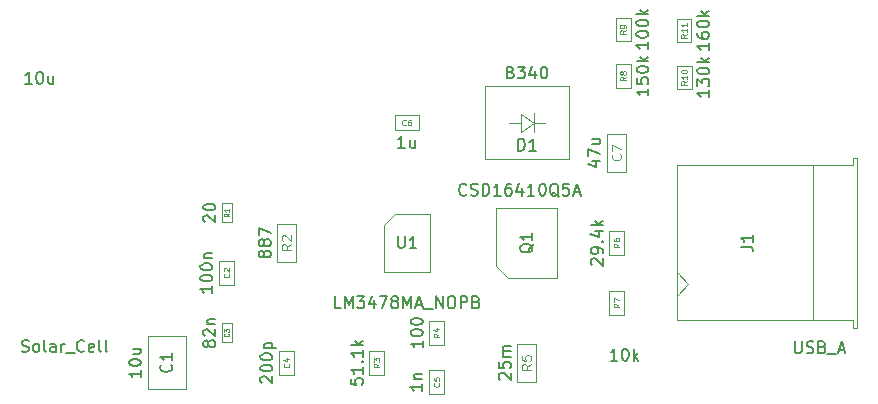
<source format=gbr>
%TF.GenerationSoftware,KiCad,Pcbnew,(6.0.4)*%
%TF.CreationDate,2022-05-23T18:10:56-07:00*%
%TF.ProjectId,SolarChargerV7,536f6c61-7243-4686-9172-67657256372e,rev?*%
%TF.SameCoordinates,Original*%
%TF.FileFunction,AssemblyDrawing,Top*%
%FSLAX46Y46*%
G04 Gerber Fmt 4.6, Leading zero omitted, Abs format (unit mm)*
G04 Created by KiCad (PCBNEW (6.0.4)) date 2022-05-23 18:10:56*
%MOMM*%
%LPD*%
G01*
G04 APERTURE LIST*
%ADD10C,0.150000*%
%ADD11C,0.080000*%
%ADD12C,0.120000*%
%ADD13C,0.060000*%
%ADD14C,0.100000*%
G04 APERTURE END LIST*
D10*
%TO.C,R11*%
X152582380Y-54218928D02*
X152582380Y-54790357D01*
X152582380Y-54504642D02*
X151582380Y-54504642D01*
X151725238Y-54599880D01*
X151820476Y-54695119D01*
X151868095Y-54790357D01*
X151582380Y-53361785D02*
X151582380Y-53552261D01*
X151630000Y-53647500D01*
X151677619Y-53695119D01*
X151820476Y-53790357D01*
X152010952Y-53837976D01*
X152391904Y-53837976D01*
X152487142Y-53790357D01*
X152534761Y-53742738D01*
X152582380Y-53647500D01*
X152582380Y-53457023D01*
X152534761Y-53361785D01*
X152487142Y-53314166D01*
X152391904Y-53266547D01*
X152153809Y-53266547D01*
X152058571Y-53314166D01*
X152010952Y-53361785D01*
X151963333Y-53457023D01*
X151963333Y-53647500D01*
X152010952Y-53742738D01*
X152058571Y-53790357D01*
X152153809Y-53837976D01*
X151582380Y-52647500D02*
X151582380Y-52552261D01*
X151630000Y-52457023D01*
X151677619Y-52409404D01*
X151772857Y-52361785D01*
X151963333Y-52314166D01*
X152201428Y-52314166D01*
X152391904Y-52361785D01*
X152487142Y-52409404D01*
X152534761Y-52457023D01*
X152582380Y-52552261D01*
X152582380Y-52647500D01*
X152534761Y-52742738D01*
X152487142Y-52790357D01*
X152391904Y-52837976D01*
X152201428Y-52885595D01*
X151963333Y-52885595D01*
X151772857Y-52837976D01*
X151677619Y-52790357D01*
X151630000Y-52742738D01*
X151582380Y-52647500D01*
X152582380Y-51885595D02*
X151582380Y-51885595D01*
X152201428Y-51790357D02*
X152582380Y-51504642D01*
X151915714Y-51504642D02*
X152296666Y-51885595D01*
D11*
X150706190Y-53468928D02*
X150468095Y-53635595D01*
X150706190Y-53754642D02*
X150206190Y-53754642D01*
X150206190Y-53564166D01*
X150230000Y-53516547D01*
X150253809Y-53492738D01*
X150301428Y-53468928D01*
X150372857Y-53468928D01*
X150420476Y-53492738D01*
X150444285Y-53516547D01*
X150468095Y-53564166D01*
X150468095Y-53754642D01*
X150706190Y-52992738D02*
X150706190Y-53278452D01*
X150706190Y-53135595D02*
X150206190Y-53135595D01*
X150277619Y-53183214D01*
X150325238Y-53230833D01*
X150349047Y-53278452D01*
X150706190Y-52516547D02*
X150706190Y-52802261D01*
X150706190Y-52659404D02*
X150206190Y-52659404D01*
X150277619Y-52707023D01*
X150325238Y-52754642D01*
X150349047Y-52802261D01*
D10*
%TO.C,R10*%
X152602380Y-58188928D02*
X152602380Y-58760357D01*
X152602380Y-58474642D02*
X151602380Y-58474642D01*
X151745238Y-58569880D01*
X151840476Y-58665119D01*
X151888095Y-58760357D01*
X151602380Y-57855595D02*
X151602380Y-57236547D01*
X151983333Y-57569880D01*
X151983333Y-57427023D01*
X152030952Y-57331785D01*
X152078571Y-57284166D01*
X152173809Y-57236547D01*
X152411904Y-57236547D01*
X152507142Y-57284166D01*
X152554761Y-57331785D01*
X152602380Y-57427023D01*
X152602380Y-57712738D01*
X152554761Y-57807976D01*
X152507142Y-57855595D01*
X151602380Y-56617500D02*
X151602380Y-56522261D01*
X151650000Y-56427023D01*
X151697619Y-56379404D01*
X151792857Y-56331785D01*
X151983333Y-56284166D01*
X152221428Y-56284166D01*
X152411904Y-56331785D01*
X152507142Y-56379404D01*
X152554761Y-56427023D01*
X152602380Y-56522261D01*
X152602380Y-56617500D01*
X152554761Y-56712738D01*
X152507142Y-56760357D01*
X152411904Y-56807976D01*
X152221428Y-56855595D01*
X151983333Y-56855595D01*
X151792857Y-56807976D01*
X151697619Y-56760357D01*
X151650000Y-56712738D01*
X151602380Y-56617500D01*
X152602380Y-55855595D02*
X151602380Y-55855595D01*
X152221428Y-55760357D02*
X152602380Y-55474642D01*
X151935714Y-55474642D02*
X152316666Y-55855595D01*
D11*
X150726190Y-57438928D02*
X150488095Y-57605595D01*
X150726190Y-57724642D02*
X150226190Y-57724642D01*
X150226190Y-57534166D01*
X150250000Y-57486547D01*
X150273809Y-57462738D01*
X150321428Y-57438928D01*
X150392857Y-57438928D01*
X150440476Y-57462738D01*
X150464285Y-57486547D01*
X150488095Y-57534166D01*
X150488095Y-57724642D01*
X150726190Y-56962738D02*
X150726190Y-57248452D01*
X150726190Y-57105595D02*
X150226190Y-57105595D01*
X150297619Y-57153214D01*
X150345238Y-57200833D01*
X150369047Y-57248452D01*
X150226190Y-56653214D02*
X150226190Y-56605595D01*
X150250000Y-56557976D01*
X150273809Y-56534166D01*
X150321428Y-56510357D01*
X150416666Y-56486547D01*
X150535714Y-56486547D01*
X150630952Y-56510357D01*
X150678571Y-56534166D01*
X150702380Y-56557976D01*
X150726190Y-56605595D01*
X150726190Y-56653214D01*
X150702380Y-56700833D01*
X150678571Y-56724642D01*
X150630952Y-56748452D01*
X150535714Y-56772261D01*
X150416666Y-56772261D01*
X150321428Y-56748452D01*
X150273809Y-56724642D01*
X150250000Y-56700833D01*
X150226190Y-56653214D01*
D10*
%TO.C,R9*%
X147442380Y-54128928D02*
X147442380Y-54700357D01*
X147442380Y-54414642D02*
X146442380Y-54414642D01*
X146585238Y-54509880D01*
X146680476Y-54605119D01*
X146728095Y-54700357D01*
X146442380Y-53509880D02*
X146442380Y-53414642D01*
X146490000Y-53319404D01*
X146537619Y-53271785D01*
X146632857Y-53224166D01*
X146823333Y-53176547D01*
X147061428Y-53176547D01*
X147251904Y-53224166D01*
X147347142Y-53271785D01*
X147394761Y-53319404D01*
X147442380Y-53414642D01*
X147442380Y-53509880D01*
X147394761Y-53605119D01*
X147347142Y-53652738D01*
X147251904Y-53700357D01*
X147061428Y-53747976D01*
X146823333Y-53747976D01*
X146632857Y-53700357D01*
X146537619Y-53652738D01*
X146490000Y-53605119D01*
X146442380Y-53509880D01*
X146442380Y-52557500D02*
X146442380Y-52462261D01*
X146490000Y-52367023D01*
X146537619Y-52319404D01*
X146632857Y-52271785D01*
X146823333Y-52224166D01*
X147061428Y-52224166D01*
X147251904Y-52271785D01*
X147347142Y-52319404D01*
X147394761Y-52367023D01*
X147442380Y-52462261D01*
X147442380Y-52557500D01*
X147394761Y-52652738D01*
X147347142Y-52700357D01*
X147251904Y-52747976D01*
X147061428Y-52795595D01*
X146823333Y-52795595D01*
X146632857Y-52747976D01*
X146537619Y-52700357D01*
X146490000Y-52652738D01*
X146442380Y-52557500D01*
X147442380Y-51795595D02*
X146442380Y-51795595D01*
X147061428Y-51700357D02*
X147442380Y-51414642D01*
X146775714Y-51414642D02*
X147156666Y-51795595D01*
D11*
X145566190Y-53140833D02*
X145328095Y-53307500D01*
X145566190Y-53426547D02*
X145066190Y-53426547D01*
X145066190Y-53236071D01*
X145090000Y-53188452D01*
X145113809Y-53164642D01*
X145161428Y-53140833D01*
X145232857Y-53140833D01*
X145280476Y-53164642D01*
X145304285Y-53188452D01*
X145328095Y-53236071D01*
X145328095Y-53426547D01*
X145566190Y-52902738D02*
X145566190Y-52807500D01*
X145542380Y-52759880D01*
X145518571Y-52736071D01*
X145447142Y-52688452D01*
X145351904Y-52664642D01*
X145161428Y-52664642D01*
X145113809Y-52688452D01*
X145090000Y-52712261D01*
X145066190Y-52759880D01*
X145066190Y-52855119D01*
X145090000Y-52902738D01*
X145113809Y-52926547D01*
X145161428Y-52950357D01*
X145280476Y-52950357D01*
X145328095Y-52926547D01*
X145351904Y-52902738D01*
X145375714Y-52855119D01*
X145375714Y-52759880D01*
X145351904Y-52712261D01*
X145328095Y-52688452D01*
X145280476Y-52664642D01*
D10*
%TO.C,R8*%
X147452380Y-58068928D02*
X147452380Y-58640357D01*
X147452380Y-58354642D02*
X146452380Y-58354642D01*
X146595238Y-58449880D01*
X146690476Y-58545119D01*
X146738095Y-58640357D01*
X146452380Y-57164166D02*
X146452380Y-57640357D01*
X146928571Y-57687976D01*
X146880952Y-57640357D01*
X146833333Y-57545119D01*
X146833333Y-57307023D01*
X146880952Y-57211785D01*
X146928571Y-57164166D01*
X147023809Y-57116547D01*
X147261904Y-57116547D01*
X147357142Y-57164166D01*
X147404761Y-57211785D01*
X147452380Y-57307023D01*
X147452380Y-57545119D01*
X147404761Y-57640357D01*
X147357142Y-57687976D01*
X146452380Y-56497500D02*
X146452380Y-56402261D01*
X146500000Y-56307023D01*
X146547619Y-56259404D01*
X146642857Y-56211785D01*
X146833333Y-56164166D01*
X147071428Y-56164166D01*
X147261904Y-56211785D01*
X147357142Y-56259404D01*
X147404761Y-56307023D01*
X147452380Y-56402261D01*
X147452380Y-56497500D01*
X147404761Y-56592738D01*
X147357142Y-56640357D01*
X147261904Y-56687976D01*
X147071428Y-56735595D01*
X146833333Y-56735595D01*
X146642857Y-56687976D01*
X146547619Y-56640357D01*
X146500000Y-56592738D01*
X146452380Y-56497500D01*
X147452380Y-55735595D02*
X146452380Y-55735595D01*
X147071428Y-55640357D02*
X147452380Y-55354642D01*
X146785714Y-55354642D02*
X147166666Y-55735595D01*
D11*
X145576190Y-57080833D02*
X145338095Y-57247500D01*
X145576190Y-57366547D02*
X145076190Y-57366547D01*
X145076190Y-57176071D01*
X145100000Y-57128452D01*
X145123809Y-57104642D01*
X145171428Y-57080833D01*
X145242857Y-57080833D01*
X145290476Y-57104642D01*
X145314285Y-57128452D01*
X145338095Y-57176071D01*
X145338095Y-57366547D01*
X145290476Y-56795119D02*
X145266666Y-56842738D01*
X145242857Y-56866547D01*
X145195238Y-56890357D01*
X145171428Y-56890357D01*
X145123809Y-56866547D01*
X145100000Y-56842738D01*
X145076190Y-56795119D01*
X145076190Y-56699880D01*
X145100000Y-56652261D01*
X145123809Y-56628452D01*
X145171428Y-56604642D01*
X145195238Y-56604642D01*
X145242857Y-56628452D01*
X145266666Y-56652261D01*
X145290476Y-56699880D01*
X145290476Y-56795119D01*
X145314285Y-56842738D01*
X145338095Y-56866547D01*
X145385714Y-56890357D01*
X145480952Y-56890357D01*
X145528571Y-56866547D01*
X145552380Y-56842738D01*
X145576190Y-56795119D01*
X145576190Y-56699880D01*
X145552380Y-56652261D01*
X145528571Y-56628452D01*
X145480952Y-56604642D01*
X145385714Y-56604642D01*
X145338095Y-56628452D01*
X145314285Y-56652261D01*
X145290476Y-56699880D01*
D10*
%TO.C,SC1*%
X94404761Y-80304761D02*
X94547619Y-80352380D01*
X94785714Y-80352380D01*
X94880952Y-80304761D01*
X94928571Y-80257142D01*
X94976190Y-80161904D01*
X94976190Y-80066666D01*
X94928571Y-79971428D01*
X94880952Y-79923809D01*
X94785714Y-79876190D01*
X94595238Y-79828571D01*
X94500000Y-79780952D01*
X94452380Y-79733333D01*
X94404761Y-79638095D01*
X94404761Y-79542857D01*
X94452380Y-79447619D01*
X94500000Y-79400000D01*
X94595238Y-79352380D01*
X94833333Y-79352380D01*
X94976190Y-79400000D01*
X95547619Y-80352380D02*
X95452380Y-80304761D01*
X95404761Y-80257142D01*
X95357142Y-80161904D01*
X95357142Y-79876190D01*
X95404761Y-79780952D01*
X95452380Y-79733333D01*
X95547619Y-79685714D01*
X95690476Y-79685714D01*
X95785714Y-79733333D01*
X95833333Y-79780952D01*
X95880952Y-79876190D01*
X95880952Y-80161904D01*
X95833333Y-80257142D01*
X95785714Y-80304761D01*
X95690476Y-80352380D01*
X95547619Y-80352380D01*
X96452380Y-80352380D02*
X96357142Y-80304761D01*
X96309523Y-80209523D01*
X96309523Y-79352380D01*
X97261904Y-80352380D02*
X97261904Y-79828571D01*
X97214285Y-79733333D01*
X97119047Y-79685714D01*
X96928571Y-79685714D01*
X96833333Y-79733333D01*
X97261904Y-80304761D02*
X97166666Y-80352380D01*
X96928571Y-80352380D01*
X96833333Y-80304761D01*
X96785714Y-80209523D01*
X96785714Y-80114285D01*
X96833333Y-80019047D01*
X96928571Y-79971428D01*
X97166666Y-79971428D01*
X97261904Y-79923809D01*
X97738095Y-80352380D02*
X97738095Y-79685714D01*
X97738095Y-79876190D02*
X97785714Y-79780952D01*
X97833333Y-79733333D01*
X97928571Y-79685714D01*
X98023809Y-79685714D01*
X98119047Y-80447619D02*
X98880952Y-80447619D01*
X99690476Y-80257142D02*
X99642857Y-80304761D01*
X99500000Y-80352380D01*
X99404761Y-80352380D01*
X99261904Y-80304761D01*
X99166666Y-80209523D01*
X99119047Y-80114285D01*
X99071428Y-79923809D01*
X99071428Y-79780952D01*
X99119047Y-79590476D01*
X99166666Y-79495238D01*
X99261904Y-79400000D01*
X99404761Y-79352380D01*
X99500000Y-79352380D01*
X99642857Y-79400000D01*
X99690476Y-79447619D01*
X100500000Y-80304761D02*
X100404761Y-80352380D01*
X100214285Y-80352380D01*
X100119047Y-80304761D01*
X100071428Y-80209523D01*
X100071428Y-79828571D01*
X100119047Y-79733333D01*
X100214285Y-79685714D01*
X100404761Y-79685714D01*
X100500000Y-79733333D01*
X100547619Y-79828571D01*
X100547619Y-79923809D01*
X100071428Y-80019047D01*
X101119047Y-80352380D02*
X101023809Y-80304761D01*
X100976190Y-80209523D01*
X100976190Y-79352380D01*
X101642857Y-80352380D02*
X101547619Y-80304761D01*
X101500000Y-80209523D01*
X101500000Y-79352380D01*
%TO.C,D1*%
X135802857Y-56688571D02*
X135945714Y-56736190D01*
X135993333Y-56783809D01*
X136040952Y-56879047D01*
X136040952Y-57021904D01*
X135993333Y-57117142D01*
X135945714Y-57164761D01*
X135850476Y-57212380D01*
X135469523Y-57212380D01*
X135469523Y-56212380D01*
X135802857Y-56212380D01*
X135898095Y-56260000D01*
X135945714Y-56307619D01*
X135993333Y-56402857D01*
X135993333Y-56498095D01*
X135945714Y-56593333D01*
X135898095Y-56640952D01*
X135802857Y-56688571D01*
X135469523Y-56688571D01*
X136374285Y-56212380D02*
X136993333Y-56212380D01*
X136660000Y-56593333D01*
X136802857Y-56593333D01*
X136898095Y-56640952D01*
X136945714Y-56688571D01*
X136993333Y-56783809D01*
X136993333Y-57021904D01*
X136945714Y-57117142D01*
X136898095Y-57164761D01*
X136802857Y-57212380D01*
X136517142Y-57212380D01*
X136421904Y-57164761D01*
X136374285Y-57117142D01*
X137850476Y-56545714D02*
X137850476Y-57212380D01*
X137612380Y-56164761D02*
X137374285Y-56879047D01*
X137993333Y-56879047D01*
X138564761Y-56212380D02*
X138660000Y-56212380D01*
X138755238Y-56260000D01*
X138802857Y-56307619D01*
X138850476Y-56402857D01*
X138898095Y-56593333D01*
X138898095Y-56831428D01*
X138850476Y-57021904D01*
X138802857Y-57117142D01*
X138755238Y-57164761D01*
X138660000Y-57212380D01*
X138564761Y-57212380D01*
X138469523Y-57164761D01*
X138421904Y-57117142D01*
X138374285Y-57021904D01*
X138326666Y-56831428D01*
X138326666Y-56593333D01*
X138374285Y-56402857D01*
X138421904Y-56307619D01*
X138469523Y-56260000D01*
X138564761Y-56212380D01*
X136421904Y-63312380D02*
X136421904Y-62312380D01*
X136660000Y-62312380D01*
X136802857Y-62360000D01*
X136898095Y-62455238D01*
X136945714Y-62550476D01*
X136993333Y-62740952D01*
X136993333Y-62883809D01*
X136945714Y-63074285D01*
X136898095Y-63169523D01*
X136802857Y-63264761D01*
X136660000Y-63312380D01*
X136421904Y-63312380D01*
X137945714Y-63312380D02*
X137374285Y-63312380D01*
X137660000Y-63312380D02*
X137660000Y-62312380D01*
X137564761Y-62455238D01*
X137469523Y-62550476D01*
X137374285Y-62598095D01*
%TO.C,U1*%
X121404761Y-76652380D02*
X120928571Y-76652380D01*
X120928571Y-75652380D01*
X121738095Y-76652380D02*
X121738095Y-75652380D01*
X122071428Y-76366666D01*
X122404761Y-75652380D01*
X122404761Y-76652380D01*
X122785714Y-75652380D02*
X123404761Y-75652380D01*
X123071428Y-76033333D01*
X123214285Y-76033333D01*
X123309523Y-76080952D01*
X123357142Y-76128571D01*
X123404761Y-76223809D01*
X123404761Y-76461904D01*
X123357142Y-76557142D01*
X123309523Y-76604761D01*
X123214285Y-76652380D01*
X122928571Y-76652380D01*
X122833333Y-76604761D01*
X122785714Y-76557142D01*
X124261904Y-75985714D02*
X124261904Y-76652380D01*
X124023809Y-75604761D02*
X123785714Y-76319047D01*
X124404761Y-76319047D01*
X124690476Y-75652380D02*
X125357142Y-75652380D01*
X124928571Y-76652380D01*
X125880952Y-76080952D02*
X125785714Y-76033333D01*
X125738095Y-75985714D01*
X125690476Y-75890476D01*
X125690476Y-75842857D01*
X125738095Y-75747619D01*
X125785714Y-75700000D01*
X125880952Y-75652380D01*
X126071428Y-75652380D01*
X126166666Y-75700000D01*
X126214285Y-75747619D01*
X126261904Y-75842857D01*
X126261904Y-75890476D01*
X126214285Y-75985714D01*
X126166666Y-76033333D01*
X126071428Y-76080952D01*
X125880952Y-76080952D01*
X125785714Y-76128571D01*
X125738095Y-76176190D01*
X125690476Y-76271428D01*
X125690476Y-76461904D01*
X125738095Y-76557142D01*
X125785714Y-76604761D01*
X125880952Y-76652380D01*
X126071428Y-76652380D01*
X126166666Y-76604761D01*
X126214285Y-76557142D01*
X126261904Y-76461904D01*
X126261904Y-76271428D01*
X126214285Y-76176190D01*
X126166666Y-76128571D01*
X126071428Y-76080952D01*
X126690476Y-76652380D02*
X126690476Y-75652380D01*
X127023809Y-76366666D01*
X127357142Y-75652380D01*
X127357142Y-76652380D01*
X127785714Y-76366666D02*
X128261904Y-76366666D01*
X127690476Y-76652380D02*
X128023809Y-75652380D01*
X128357142Y-76652380D01*
X128452380Y-76747619D02*
X129214285Y-76747619D01*
X129452380Y-76652380D02*
X129452380Y-75652380D01*
X130023809Y-76652380D01*
X130023809Y-75652380D01*
X130690476Y-75652380D02*
X130880952Y-75652380D01*
X130976190Y-75700000D01*
X131071428Y-75795238D01*
X131119047Y-75985714D01*
X131119047Y-76319047D01*
X131071428Y-76509523D01*
X130976190Y-76604761D01*
X130880952Y-76652380D01*
X130690476Y-76652380D01*
X130595238Y-76604761D01*
X130500000Y-76509523D01*
X130452380Y-76319047D01*
X130452380Y-75985714D01*
X130500000Y-75795238D01*
X130595238Y-75700000D01*
X130690476Y-75652380D01*
X131547619Y-76652380D02*
X131547619Y-75652380D01*
X131928571Y-75652380D01*
X132023809Y-75700000D01*
X132071428Y-75747619D01*
X132119047Y-75842857D01*
X132119047Y-75985714D01*
X132071428Y-76080952D01*
X132023809Y-76128571D01*
X131928571Y-76176190D01*
X131547619Y-76176190D01*
X132880952Y-76128571D02*
X133023809Y-76176190D01*
X133071428Y-76223809D01*
X133119047Y-76319047D01*
X133119047Y-76461904D01*
X133071428Y-76557142D01*
X133023809Y-76604761D01*
X132928571Y-76652380D01*
X132547619Y-76652380D01*
X132547619Y-75652380D01*
X132880952Y-75652380D01*
X132976190Y-75700000D01*
X133023809Y-75747619D01*
X133071428Y-75842857D01*
X133071428Y-75938095D01*
X133023809Y-76033333D01*
X132976190Y-76080952D01*
X132880952Y-76128571D01*
X132547619Y-76128571D01*
X126253333Y-70583333D02*
X126253333Y-71376666D01*
X126300000Y-71470000D01*
X126346666Y-71516666D01*
X126440000Y-71563333D01*
X126626666Y-71563333D01*
X126720000Y-71516666D01*
X126766666Y-71470000D01*
X126813333Y-71376666D01*
X126813333Y-70583333D01*
X127793333Y-71563333D02*
X127233333Y-71563333D01*
X127513333Y-71563333D02*
X127513333Y-70583333D01*
X127420000Y-70723333D01*
X127326666Y-70816666D01*
X127233333Y-70863333D01*
%TO.C,L1*%
X95257142Y-57652380D02*
X94685714Y-57652380D01*
X94971428Y-57652380D02*
X94971428Y-56652380D01*
X94876190Y-56795238D01*
X94780952Y-56890476D01*
X94685714Y-56938095D01*
X95876190Y-56652380D02*
X95971428Y-56652380D01*
X96066666Y-56700000D01*
X96114285Y-56747619D01*
X96161904Y-56842857D01*
X96209523Y-57033333D01*
X96209523Y-57271428D01*
X96161904Y-57461904D01*
X96114285Y-57557142D01*
X96066666Y-57604761D01*
X95971428Y-57652380D01*
X95876190Y-57652380D01*
X95780952Y-57604761D01*
X95733333Y-57557142D01*
X95685714Y-57461904D01*
X95638095Y-57271428D01*
X95638095Y-57033333D01*
X95685714Y-56842857D01*
X95733333Y-56747619D01*
X95780952Y-56700000D01*
X95876190Y-56652380D01*
X97066666Y-56985714D02*
X97066666Y-57652380D01*
X96638095Y-56985714D02*
X96638095Y-57509523D01*
X96685714Y-57604761D01*
X96780952Y-57652380D01*
X96923809Y-57652380D01*
X97019047Y-57604761D01*
X97066666Y-57557142D01*
%TO.C,R2*%
X114900952Y-72167619D02*
X114853333Y-72262857D01*
X114805714Y-72310476D01*
X114710476Y-72358095D01*
X114662857Y-72358095D01*
X114567619Y-72310476D01*
X114520000Y-72262857D01*
X114472380Y-72167619D01*
X114472380Y-71977142D01*
X114520000Y-71881904D01*
X114567619Y-71834285D01*
X114662857Y-71786666D01*
X114710476Y-71786666D01*
X114805714Y-71834285D01*
X114853333Y-71881904D01*
X114900952Y-71977142D01*
X114900952Y-72167619D01*
X114948571Y-72262857D01*
X114996190Y-72310476D01*
X115091428Y-72358095D01*
X115281904Y-72358095D01*
X115377142Y-72310476D01*
X115424761Y-72262857D01*
X115472380Y-72167619D01*
X115472380Y-71977142D01*
X115424761Y-71881904D01*
X115377142Y-71834285D01*
X115281904Y-71786666D01*
X115091428Y-71786666D01*
X114996190Y-71834285D01*
X114948571Y-71881904D01*
X114900952Y-71977142D01*
X114900952Y-71215238D02*
X114853333Y-71310476D01*
X114805714Y-71358095D01*
X114710476Y-71405714D01*
X114662857Y-71405714D01*
X114567619Y-71358095D01*
X114520000Y-71310476D01*
X114472380Y-71215238D01*
X114472380Y-71024761D01*
X114520000Y-70929523D01*
X114567619Y-70881904D01*
X114662857Y-70834285D01*
X114710476Y-70834285D01*
X114805714Y-70881904D01*
X114853333Y-70929523D01*
X114900952Y-71024761D01*
X114900952Y-71215238D01*
X114948571Y-71310476D01*
X114996190Y-71358095D01*
X115091428Y-71405714D01*
X115281904Y-71405714D01*
X115377142Y-71358095D01*
X115424761Y-71310476D01*
X115472380Y-71215238D01*
X115472380Y-71024761D01*
X115424761Y-70929523D01*
X115377142Y-70881904D01*
X115281904Y-70834285D01*
X115091428Y-70834285D01*
X114996190Y-70881904D01*
X114948571Y-70929523D01*
X114900952Y-71024761D01*
X114472380Y-70500952D02*
X114472380Y-69834285D01*
X115472380Y-70262857D01*
D12*
X117201904Y-71253333D02*
X116820952Y-71520000D01*
X117201904Y-71710476D02*
X116401904Y-71710476D01*
X116401904Y-71405714D01*
X116440000Y-71329523D01*
X116478095Y-71291428D01*
X116554285Y-71253333D01*
X116668571Y-71253333D01*
X116744761Y-71291428D01*
X116782857Y-71329523D01*
X116820952Y-71405714D01*
X116820952Y-71710476D01*
X116478095Y-70948571D02*
X116440000Y-70910476D01*
X116401904Y-70834285D01*
X116401904Y-70643809D01*
X116440000Y-70567619D01*
X116478095Y-70529523D01*
X116554285Y-70491428D01*
X116630476Y-70491428D01*
X116744761Y-70529523D01*
X117201904Y-70986666D01*
X117201904Y-70491428D01*
D10*
%TO.C,R3*%
X122262380Y-82637142D02*
X122262380Y-83113333D01*
X122738571Y-83160952D01*
X122690952Y-83113333D01*
X122643333Y-83018095D01*
X122643333Y-82780000D01*
X122690952Y-82684761D01*
X122738571Y-82637142D01*
X122833809Y-82589523D01*
X123071904Y-82589523D01*
X123167142Y-82637142D01*
X123214761Y-82684761D01*
X123262380Y-82780000D01*
X123262380Y-83018095D01*
X123214761Y-83113333D01*
X123167142Y-83160952D01*
X123262380Y-81637142D02*
X123262380Y-82208571D01*
X123262380Y-81922857D02*
X122262380Y-81922857D01*
X122405238Y-82018095D01*
X122500476Y-82113333D01*
X122548095Y-82208571D01*
X123167142Y-81208571D02*
X123214761Y-81160952D01*
X123262380Y-81208571D01*
X123214761Y-81256190D01*
X123167142Y-81208571D01*
X123262380Y-81208571D01*
X123262380Y-80208571D02*
X123262380Y-80780000D01*
X123262380Y-80494285D02*
X122262380Y-80494285D01*
X122405238Y-80589523D01*
X122500476Y-80684761D01*
X122548095Y-80780000D01*
X123262380Y-79780000D02*
X122262380Y-79780000D01*
X122881428Y-79684761D02*
X123262380Y-79399047D01*
X122595714Y-79399047D02*
X122976666Y-79780000D01*
D11*
X124686190Y-81363333D02*
X124448095Y-81530000D01*
X124686190Y-81649047D02*
X124186190Y-81649047D01*
X124186190Y-81458571D01*
X124210000Y-81410952D01*
X124233809Y-81387142D01*
X124281428Y-81363333D01*
X124352857Y-81363333D01*
X124400476Y-81387142D01*
X124424285Y-81410952D01*
X124448095Y-81458571D01*
X124448095Y-81649047D01*
X124186190Y-81196666D02*
X124186190Y-80887142D01*
X124376666Y-81053809D01*
X124376666Y-80982380D01*
X124400476Y-80934761D01*
X124424285Y-80910952D01*
X124471904Y-80887142D01*
X124590952Y-80887142D01*
X124638571Y-80910952D01*
X124662380Y-80934761D01*
X124686190Y-80982380D01*
X124686190Y-81125238D01*
X124662380Y-81172857D01*
X124638571Y-81196666D01*
D10*
%TO.C,C6*%
X126833333Y-63092380D02*
X126261904Y-63092380D01*
X126547619Y-63092380D02*
X126547619Y-62092380D01*
X126452380Y-62235238D01*
X126357142Y-62330476D01*
X126261904Y-62378095D01*
X127690476Y-62425714D02*
X127690476Y-63092380D01*
X127261904Y-62425714D02*
X127261904Y-62949523D01*
X127309523Y-63044761D01*
X127404761Y-63092380D01*
X127547619Y-63092380D01*
X127642857Y-63044761D01*
X127690476Y-62997142D01*
D11*
X126916666Y-61138571D02*
X126892857Y-61162380D01*
X126821428Y-61186190D01*
X126773809Y-61186190D01*
X126702380Y-61162380D01*
X126654761Y-61114761D01*
X126630952Y-61067142D01*
X126607142Y-60971904D01*
X126607142Y-60900476D01*
X126630952Y-60805238D01*
X126654761Y-60757619D01*
X126702380Y-60710000D01*
X126773809Y-60686190D01*
X126821428Y-60686190D01*
X126892857Y-60710000D01*
X126916666Y-60733809D01*
X127345238Y-60686190D02*
X127250000Y-60686190D01*
X127202380Y-60710000D01*
X127178571Y-60733809D01*
X127130952Y-60805238D01*
X127107142Y-60900476D01*
X127107142Y-61090952D01*
X127130952Y-61138571D01*
X127154761Y-61162380D01*
X127202380Y-61186190D01*
X127297619Y-61186190D01*
X127345238Y-61162380D01*
X127369047Y-61138571D01*
X127392857Y-61090952D01*
X127392857Y-60971904D01*
X127369047Y-60924285D01*
X127345238Y-60900476D01*
X127297619Y-60876666D01*
X127202380Y-60876666D01*
X127154761Y-60900476D01*
X127130952Y-60924285D01*
X127107142Y-60971904D01*
D10*
%TO.C,R4*%
X128342380Y-79406666D02*
X128342380Y-79978095D01*
X128342380Y-79692380D02*
X127342380Y-79692380D01*
X127485238Y-79787619D01*
X127580476Y-79882857D01*
X127628095Y-79978095D01*
X127342380Y-78787619D02*
X127342380Y-78692380D01*
X127390000Y-78597142D01*
X127437619Y-78549523D01*
X127532857Y-78501904D01*
X127723333Y-78454285D01*
X127961428Y-78454285D01*
X128151904Y-78501904D01*
X128247142Y-78549523D01*
X128294761Y-78597142D01*
X128342380Y-78692380D01*
X128342380Y-78787619D01*
X128294761Y-78882857D01*
X128247142Y-78930476D01*
X128151904Y-78978095D01*
X127961428Y-79025714D01*
X127723333Y-79025714D01*
X127532857Y-78978095D01*
X127437619Y-78930476D01*
X127390000Y-78882857D01*
X127342380Y-78787619D01*
X127342380Y-77835238D02*
X127342380Y-77740000D01*
X127390000Y-77644761D01*
X127437619Y-77597142D01*
X127532857Y-77549523D01*
X127723333Y-77501904D01*
X127961428Y-77501904D01*
X128151904Y-77549523D01*
X128247142Y-77597142D01*
X128294761Y-77644761D01*
X128342380Y-77740000D01*
X128342380Y-77835238D01*
X128294761Y-77930476D01*
X128247142Y-77978095D01*
X128151904Y-78025714D01*
X127961428Y-78073333D01*
X127723333Y-78073333D01*
X127532857Y-78025714D01*
X127437619Y-77978095D01*
X127390000Y-77930476D01*
X127342380Y-77835238D01*
D11*
X129766190Y-78823333D02*
X129528095Y-78990000D01*
X129766190Y-79109047D02*
X129266190Y-79109047D01*
X129266190Y-78918571D01*
X129290000Y-78870952D01*
X129313809Y-78847142D01*
X129361428Y-78823333D01*
X129432857Y-78823333D01*
X129480476Y-78847142D01*
X129504285Y-78870952D01*
X129528095Y-78918571D01*
X129528095Y-79109047D01*
X129432857Y-78394761D02*
X129766190Y-78394761D01*
X129242380Y-78513809D02*
X129599523Y-78632857D01*
X129599523Y-78323333D01*
D10*
%TO.C,C3*%
X110210952Y-79763809D02*
X110163333Y-79859047D01*
X110115714Y-79906666D01*
X110020476Y-79954285D01*
X109972857Y-79954285D01*
X109877619Y-79906666D01*
X109830000Y-79859047D01*
X109782380Y-79763809D01*
X109782380Y-79573333D01*
X109830000Y-79478095D01*
X109877619Y-79430476D01*
X109972857Y-79382857D01*
X110020476Y-79382857D01*
X110115714Y-79430476D01*
X110163333Y-79478095D01*
X110210952Y-79573333D01*
X110210952Y-79763809D01*
X110258571Y-79859047D01*
X110306190Y-79906666D01*
X110401428Y-79954285D01*
X110591904Y-79954285D01*
X110687142Y-79906666D01*
X110734761Y-79859047D01*
X110782380Y-79763809D01*
X110782380Y-79573333D01*
X110734761Y-79478095D01*
X110687142Y-79430476D01*
X110591904Y-79382857D01*
X110401428Y-79382857D01*
X110306190Y-79430476D01*
X110258571Y-79478095D01*
X110210952Y-79573333D01*
X109877619Y-79001904D02*
X109830000Y-78954285D01*
X109782380Y-78859047D01*
X109782380Y-78620952D01*
X109830000Y-78525714D01*
X109877619Y-78478095D01*
X109972857Y-78430476D01*
X110068095Y-78430476D01*
X110210952Y-78478095D01*
X110782380Y-79049523D01*
X110782380Y-78430476D01*
X110115714Y-78001904D02*
X110782380Y-78001904D01*
X110210952Y-78001904D02*
X110163333Y-77954285D01*
X110115714Y-77859047D01*
X110115714Y-77716190D01*
X110163333Y-77620952D01*
X110258571Y-77573333D01*
X110782380Y-77573333D01*
D13*
X111902857Y-78806666D02*
X111921904Y-78825714D01*
X111940952Y-78882857D01*
X111940952Y-78920952D01*
X111921904Y-78978095D01*
X111883809Y-79016190D01*
X111845714Y-79035238D01*
X111769523Y-79054285D01*
X111712380Y-79054285D01*
X111636190Y-79035238D01*
X111598095Y-79016190D01*
X111560000Y-78978095D01*
X111540952Y-78920952D01*
X111540952Y-78882857D01*
X111560000Y-78825714D01*
X111579047Y-78806666D01*
X111540952Y-78673333D02*
X111540952Y-78425714D01*
X111693333Y-78559047D01*
X111693333Y-78501904D01*
X111712380Y-78463809D01*
X111731428Y-78444761D01*
X111769523Y-78425714D01*
X111864761Y-78425714D01*
X111902857Y-78444761D01*
X111921904Y-78463809D01*
X111940952Y-78501904D01*
X111940952Y-78616190D01*
X111921904Y-78654285D01*
X111902857Y-78673333D01*
D10*
%TO.C,C2*%
X110532380Y-74779047D02*
X110532380Y-75350476D01*
X110532380Y-75064761D02*
X109532380Y-75064761D01*
X109675238Y-75160000D01*
X109770476Y-75255238D01*
X109818095Y-75350476D01*
X109532380Y-74160000D02*
X109532380Y-74064761D01*
X109580000Y-73969523D01*
X109627619Y-73921904D01*
X109722857Y-73874285D01*
X109913333Y-73826666D01*
X110151428Y-73826666D01*
X110341904Y-73874285D01*
X110437142Y-73921904D01*
X110484761Y-73969523D01*
X110532380Y-74064761D01*
X110532380Y-74160000D01*
X110484761Y-74255238D01*
X110437142Y-74302857D01*
X110341904Y-74350476D01*
X110151428Y-74398095D01*
X109913333Y-74398095D01*
X109722857Y-74350476D01*
X109627619Y-74302857D01*
X109580000Y-74255238D01*
X109532380Y-74160000D01*
X109532380Y-73207619D02*
X109532380Y-73112380D01*
X109580000Y-73017142D01*
X109627619Y-72969523D01*
X109722857Y-72921904D01*
X109913333Y-72874285D01*
X110151428Y-72874285D01*
X110341904Y-72921904D01*
X110437142Y-72969523D01*
X110484761Y-73017142D01*
X110532380Y-73112380D01*
X110532380Y-73207619D01*
X110484761Y-73302857D01*
X110437142Y-73350476D01*
X110341904Y-73398095D01*
X110151428Y-73445714D01*
X109913333Y-73445714D01*
X109722857Y-73398095D01*
X109627619Y-73350476D01*
X109580000Y-73302857D01*
X109532380Y-73207619D01*
X109865714Y-72445714D02*
X110532380Y-72445714D01*
X109960952Y-72445714D02*
X109913333Y-72398095D01*
X109865714Y-72302857D01*
X109865714Y-72160000D01*
X109913333Y-72064761D01*
X110008571Y-72017142D01*
X110532380Y-72017142D01*
D11*
X111938571Y-73743333D02*
X111962380Y-73767142D01*
X111986190Y-73838571D01*
X111986190Y-73886190D01*
X111962380Y-73957619D01*
X111914761Y-74005238D01*
X111867142Y-74029047D01*
X111771904Y-74052857D01*
X111700476Y-74052857D01*
X111605238Y-74029047D01*
X111557619Y-74005238D01*
X111510000Y-73957619D01*
X111486190Y-73886190D01*
X111486190Y-73838571D01*
X111510000Y-73767142D01*
X111533809Y-73743333D01*
X111533809Y-73552857D02*
X111510000Y-73529047D01*
X111486190Y-73481428D01*
X111486190Y-73362380D01*
X111510000Y-73314761D01*
X111533809Y-73290952D01*
X111581428Y-73267142D01*
X111629047Y-73267142D01*
X111700476Y-73290952D01*
X111986190Y-73576666D01*
X111986190Y-73267142D01*
D10*
%TO.C,R1*%
X109877619Y-69341904D02*
X109830000Y-69294285D01*
X109782380Y-69199047D01*
X109782380Y-68960952D01*
X109830000Y-68865714D01*
X109877619Y-68818095D01*
X109972857Y-68770476D01*
X110068095Y-68770476D01*
X110210952Y-68818095D01*
X110782380Y-69389523D01*
X110782380Y-68770476D01*
X109782380Y-68151428D02*
X109782380Y-68056190D01*
X109830000Y-67960952D01*
X109877619Y-67913333D01*
X109972857Y-67865714D01*
X110163333Y-67818095D01*
X110401428Y-67818095D01*
X110591904Y-67865714D01*
X110687142Y-67913333D01*
X110734761Y-67960952D01*
X110782380Y-68056190D01*
X110782380Y-68151428D01*
X110734761Y-68246666D01*
X110687142Y-68294285D01*
X110591904Y-68341904D01*
X110401428Y-68389523D01*
X110163333Y-68389523D01*
X109972857Y-68341904D01*
X109877619Y-68294285D01*
X109830000Y-68246666D01*
X109782380Y-68151428D01*
D13*
X111940952Y-68646666D02*
X111750476Y-68780000D01*
X111940952Y-68875238D02*
X111540952Y-68875238D01*
X111540952Y-68722857D01*
X111560000Y-68684761D01*
X111579047Y-68665714D01*
X111617142Y-68646666D01*
X111674285Y-68646666D01*
X111712380Y-68665714D01*
X111731428Y-68684761D01*
X111750476Y-68722857D01*
X111750476Y-68875238D01*
X111940952Y-68265714D02*
X111940952Y-68494285D01*
X111940952Y-68380000D02*
X111540952Y-68380000D01*
X111598095Y-68418095D01*
X111636190Y-68456190D01*
X111655238Y-68494285D01*
D10*
%TO.C,R6*%
X142677619Y-73000952D02*
X142630000Y-72953333D01*
X142582380Y-72858095D01*
X142582380Y-72620000D01*
X142630000Y-72524761D01*
X142677619Y-72477142D01*
X142772857Y-72429523D01*
X142868095Y-72429523D01*
X143010952Y-72477142D01*
X143582380Y-73048571D01*
X143582380Y-72429523D01*
X143582380Y-71953333D02*
X143582380Y-71762857D01*
X143534761Y-71667619D01*
X143487142Y-71620000D01*
X143344285Y-71524761D01*
X143153809Y-71477142D01*
X142772857Y-71477142D01*
X142677619Y-71524761D01*
X142630000Y-71572380D01*
X142582380Y-71667619D01*
X142582380Y-71858095D01*
X142630000Y-71953333D01*
X142677619Y-72000952D01*
X142772857Y-72048571D01*
X143010952Y-72048571D01*
X143106190Y-72000952D01*
X143153809Y-71953333D01*
X143201428Y-71858095D01*
X143201428Y-71667619D01*
X143153809Y-71572380D01*
X143106190Y-71524761D01*
X143010952Y-71477142D01*
X143487142Y-71048571D02*
X143534761Y-71000952D01*
X143582380Y-71048571D01*
X143534761Y-71096190D01*
X143487142Y-71048571D01*
X143582380Y-71048571D01*
X142915714Y-70143809D02*
X143582380Y-70143809D01*
X142534761Y-70381904D02*
X143249047Y-70620000D01*
X143249047Y-70000952D01*
X143582380Y-69620000D02*
X142582380Y-69620000D01*
X143201428Y-69524761D02*
X143582380Y-69239047D01*
X142915714Y-69239047D02*
X143296666Y-69620000D01*
D11*
X145006190Y-71203333D02*
X144768095Y-71370000D01*
X145006190Y-71489047D02*
X144506190Y-71489047D01*
X144506190Y-71298571D01*
X144530000Y-71250952D01*
X144553809Y-71227142D01*
X144601428Y-71203333D01*
X144672857Y-71203333D01*
X144720476Y-71227142D01*
X144744285Y-71250952D01*
X144768095Y-71298571D01*
X144768095Y-71489047D01*
X144506190Y-70774761D02*
X144506190Y-70870000D01*
X144530000Y-70917619D01*
X144553809Y-70941428D01*
X144625238Y-70989047D01*
X144720476Y-71012857D01*
X144910952Y-71012857D01*
X144958571Y-70989047D01*
X144982380Y-70965238D01*
X145006190Y-70917619D01*
X145006190Y-70822380D01*
X144982380Y-70774761D01*
X144958571Y-70750952D01*
X144910952Y-70727142D01*
X144791904Y-70727142D01*
X144744285Y-70750952D01*
X144720476Y-70774761D01*
X144696666Y-70822380D01*
X144696666Y-70917619D01*
X144720476Y-70965238D01*
X144744285Y-70989047D01*
X144791904Y-71012857D01*
D10*
%TO.C,C1*%
X104482380Y-81922857D02*
X104482380Y-82494285D01*
X104482380Y-82208571D02*
X103482380Y-82208571D01*
X103625238Y-82303809D01*
X103720476Y-82399047D01*
X103768095Y-82494285D01*
X103482380Y-81303809D02*
X103482380Y-81208571D01*
X103530000Y-81113333D01*
X103577619Y-81065714D01*
X103672857Y-81018095D01*
X103863333Y-80970476D01*
X104101428Y-80970476D01*
X104291904Y-81018095D01*
X104387142Y-81065714D01*
X104434761Y-81113333D01*
X104482380Y-81208571D01*
X104482380Y-81303809D01*
X104434761Y-81399047D01*
X104387142Y-81446666D01*
X104291904Y-81494285D01*
X104101428Y-81541904D01*
X103863333Y-81541904D01*
X103672857Y-81494285D01*
X103577619Y-81446666D01*
X103530000Y-81399047D01*
X103482380Y-81303809D01*
X103815714Y-80113333D02*
X104482380Y-80113333D01*
X103815714Y-80541904D02*
X104339523Y-80541904D01*
X104434761Y-80494285D01*
X104482380Y-80399047D01*
X104482380Y-80256190D01*
X104434761Y-80160952D01*
X104387142Y-80113333D01*
X107037142Y-81446666D02*
X107084761Y-81494285D01*
X107132380Y-81637142D01*
X107132380Y-81732380D01*
X107084761Y-81875238D01*
X106989523Y-81970476D01*
X106894285Y-82018095D01*
X106703809Y-82065714D01*
X106560952Y-82065714D01*
X106370476Y-82018095D01*
X106275238Y-81970476D01*
X106180000Y-81875238D01*
X106132380Y-81732380D01*
X106132380Y-81637142D01*
X106180000Y-81494285D01*
X106227619Y-81446666D01*
X107132380Y-80494285D02*
X107132380Y-81065714D01*
X107132380Y-80780000D02*
X106132380Y-80780000D01*
X106275238Y-80875238D01*
X106370476Y-80970476D01*
X106418095Y-81065714D01*
%TO.C,R7*%
X144819761Y-81097380D02*
X144248333Y-81097380D01*
X144534047Y-81097380D02*
X144534047Y-80097380D01*
X144438809Y-80240238D01*
X144343571Y-80335476D01*
X144248333Y-80383095D01*
X145438809Y-80097380D02*
X145534047Y-80097380D01*
X145629285Y-80145000D01*
X145676904Y-80192619D01*
X145724523Y-80287857D01*
X145772142Y-80478333D01*
X145772142Y-80716428D01*
X145724523Y-80906904D01*
X145676904Y-81002142D01*
X145629285Y-81049761D01*
X145534047Y-81097380D01*
X145438809Y-81097380D01*
X145343571Y-81049761D01*
X145295952Y-81002142D01*
X145248333Y-80906904D01*
X145200714Y-80716428D01*
X145200714Y-80478333D01*
X145248333Y-80287857D01*
X145295952Y-80192619D01*
X145343571Y-80145000D01*
X145438809Y-80097380D01*
X146200714Y-81097380D02*
X146200714Y-80097380D01*
X146295952Y-80716428D02*
X146581666Y-81097380D01*
X146581666Y-80430714D02*
X146200714Y-80811666D01*
D11*
X145006190Y-76283333D02*
X144768095Y-76450000D01*
X145006190Y-76569047D02*
X144506190Y-76569047D01*
X144506190Y-76378571D01*
X144530000Y-76330952D01*
X144553809Y-76307142D01*
X144601428Y-76283333D01*
X144672857Y-76283333D01*
X144720476Y-76307142D01*
X144744285Y-76330952D01*
X144768095Y-76378571D01*
X144768095Y-76569047D01*
X144506190Y-76116666D02*
X144506190Y-75783333D01*
X145006190Y-75997619D01*
D10*
%TO.C,Q1*%
X132048809Y-67032142D02*
X132001190Y-67079761D01*
X131858333Y-67127380D01*
X131763095Y-67127380D01*
X131620238Y-67079761D01*
X131525000Y-66984523D01*
X131477380Y-66889285D01*
X131429761Y-66698809D01*
X131429761Y-66555952D01*
X131477380Y-66365476D01*
X131525000Y-66270238D01*
X131620238Y-66175000D01*
X131763095Y-66127380D01*
X131858333Y-66127380D01*
X132001190Y-66175000D01*
X132048809Y-66222619D01*
X132429761Y-67079761D02*
X132572619Y-67127380D01*
X132810714Y-67127380D01*
X132905952Y-67079761D01*
X132953571Y-67032142D01*
X133001190Y-66936904D01*
X133001190Y-66841666D01*
X132953571Y-66746428D01*
X132905952Y-66698809D01*
X132810714Y-66651190D01*
X132620238Y-66603571D01*
X132525000Y-66555952D01*
X132477380Y-66508333D01*
X132429761Y-66413095D01*
X132429761Y-66317857D01*
X132477380Y-66222619D01*
X132525000Y-66175000D01*
X132620238Y-66127380D01*
X132858333Y-66127380D01*
X133001190Y-66175000D01*
X133429761Y-67127380D02*
X133429761Y-66127380D01*
X133667857Y-66127380D01*
X133810714Y-66175000D01*
X133905952Y-66270238D01*
X133953571Y-66365476D01*
X134001190Y-66555952D01*
X134001190Y-66698809D01*
X133953571Y-66889285D01*
X133905952Y-66984523D01*
X133810714Y-67079761D01*
X133667857Y-67127380D01*
X133429761Y-67127380D01*
X134953571Y-67127380D02*
X134382142Y-67127380D01*
X134667857Y-67127380D02*
X134667857Y-66127380D01*
X134572619Y-66270238D01*
X134477380Y-66365476D01*
X134382142Y-66413095D01*
X135810714Y-66127380D02*
X135620238Y-66127380D01*
X135525000Y-66175000D01*
X135477380Y-66222619D01*
X135382142Y-66365476D01*
X135334523Y-66555952D01*
X135334523Y-66936904D01*
X135382142Y-67032142D01*
X135429761Y-67079761D01*
X135525000Y-67127380D01*
X135715476Y-67127380D01*
X135810714Y-67079761D01*
X135858333Y-67032142D01*
X135905952Y-66936904D01*
X135905952Y-66698809D01*
X135858333Y-66603571D01*
X135810714Y-66555952D01*
X135715476Y-66508333D01*
X135525000Y-66508333D01*
X135429761Y-66555952D01*
X135382142Y-66603571D01*
X135334523Y-66698809D01*
X136763095Y-66460714D02*
X136763095Y-67127380D01*
X136525000Y-66079761D02*
X136286904Y-66794047D01*
X136905952Y-66794047D01*
X137810714Y-67127380D02*
X137239285Y-67127380D01*
X137525000Y-67127380D02*
X137525000Y-66127380D01*
X137429761Y-66270238D01*
X137334523Y-66365476D01*
X137239285Y-66413095D01*
X138429761Y-66127380D02*
X138525000Y-66127380D01*
X138620238Y-66175000D01*
X138667857Y-66222619D01*
X138715476Y-66317857D01*
X138763095Y-66508333D01*
X138763095Y-66746428D01*
X138715476Y-66936904D01*
X138667857Y-67032142D01*
X138620238Y-67079761D01*
X138525000Y-67127380D01*
X138429761Y-67127380D01*
X138334523Y-67079761D01*
X138286904Y-67032142D01*
X138239285Y-66936904D01*
X138191666Y-66746428D01*
X138191666Y-66508333D01*
X138239285Y-66317857D01*
X138286904Y-66222619D01*
X138334523Y-66175000D01*
X138429761Y-66127380D01*
X139858333Y-67222619D02*
X139763095Y-67175000D01*
X139667857Y-67079761D01*
X139525000Y-66936904D01*
X139429761Y-66889285D01*
X139334523Y-66889285D01*
X139382142Y-67127380D02*
X139286904Y-67079761D01*
X139191666Y-66984523D01*
X139144047Y-66794047D01*
X139144047Y-66460714D01*
X139191666Y-66270238D01*
X139286904Y-66175000D01*
X139382142Y-66127380D01*
X139572619Y-66127380D01*
X139667857Y-66175000D01*
X139763095Y-66270238D01*
X139810714Y-66460714D01*
X139810714Y-66794047D01*
X139763095Y-66984523D01*
X139667857Y-67079761D01*
X139572619Y-67127380D01*
X139382142Y-67127380D01*
X140715476Y-66127380D02*
X140239285Y-66127380D01*
X140191666Y-66603571D01*
X140239285Y-66555952D01*
X140334523Y-66508333D01*
X140572619Y-66508333D01*
X140667857Y-66555952D01*
X140715476Y-66603571D01*
X140763095Y-66698809D01*
X140763095Y-66936904D01*
X140715476Y-67032142D01*
X140667857Y-67079761D01*
X140572619Y-67127380D01*
X140334523Y-67127380D01*
X140239285Y-67079761D01*
X140191666Y-67032142D01*
X141144047Y-66841666D02*
X141620238Y-66841666D01*
X141048809Y-67127380D02*
X141382142Y-66127380D01*
X141715476Y-67127380D01*
X137707619Y-71215238D02*
X137660000Y-71310476D01*
X137564761Y-71405714D01*
X137421904Y-71548571D01*
X137374285Y-71643809D01*
X137374285Y-71739047D01*
X137612380Y-71691428D02*
X137564761Y-71786666D01*
X137469523Y-71881904D01*
X137279047Y-71929523D01*
X136945714Y-71929523D01*
X136755238Y-71881904D01*
X136660000Y-71786666D01*
X136612380Y-71691428D01*
X136612380Y-71500952D01*
X136660000Y-71405714D01*
X136755238Y-71310476D01*
X136945714Y-71262857D01*
X137279047Y-71262857D01*
X137469523Y-71310476D01*
X137564761Y-71405714D01*
X137612380Y-71500952D01*
X137612380Y-71691428D01*
X137612380Y-70310476D02*
X137612380Y-70881904D01*
X137612380Y-70596190D02*
X136612380Y-70596190D01*
X136755238Y-70691428D01*
X136850476Y-70786666D01*
X136898095Y-70881904D01*
%TO.C,J1*%
X159853571Y-79462380D02*
X159853571Y-80271904D01*
X159901190Y-80367142D01*
X159948809Y-80414761D01*
X160044047Y-80462380D01*
X160234523Y-80462380D01*
X160329761Y-80414761D01*
X160377380Y-80367142D01*
X160425000Y-80271904D01*
X160425000Y-79462380D01*
X160853571Y-80414761D02*
X160996428Y-80462380D01*
X161234523Y-80462380D01*
X161329761Y-80414761D01*
X161377380Y-80367142D01*
X161425000Y-80271904D01*
X161425000Y-80176666D01*
X161377380Y-80081428D01*
X161329761Y-80033809D01*
X161234523Y-79986190D01*
X161044047Y-79938571D01*
X160948809Y-79890952D01*
X160901190Y-79843333D01*
X160853571Y-79748095D01*
X160853571Y-79652857D01*
X160901190Y-79557619D01*
X160948809Y-79510000D01*
X161044047Y-79462380D01*
X161282142Y-79462380D01*
X161425000Y-79510000D01*
X162186904Y-79938571D02*
X162329761Y-79986190D01*
X162377380Y-80033809D01*
X162425000Y-80129047D01*
X162425000Y-80271904D01*
X162377380Y-80367142D01*
X162329761Y-80414761D01*
X162234523Y-80462380D01*
X161853571Y-80462380D01*
X161853571Y-79462380D01*
X162186904Y-79462380D01*
X162282142Y-79510000D01*
X162329761Y-79557619D01*
X162377380Y-79652857D01*
X162377380Y-79748095D01*
X162329761Y-79843333D01*
X162282142Y-79890952D01*
X162186904Y-79938571D01*
X161853571Y-79938571D01*
X162615476Y-80557619D02*
X163377380Y-80557619D01*
X163567857Y-80176666D02*
X164044047Y-80176666D01*
X163472619Y-80462380D02*
X163805952Y-79462380D01*
X164139285Y-80462380D01*
X155272380Y-71453333D02*
X155986666Y-71453333D01*
X156129523Y-71500952D01*
X156224761Y-71596190D01*
X156272380Y-71739047D01*
X156272380Y-71834285D01*
X156272380Y-70453333D02*
X156272380Y-71024761D01*
X156272380Y-70739047D02*
X155272380Y-70739047D01*
X155415238Y-70834285D01*
X155510476Y-70929523D01*
X155558095Y-71024761D01*
%TO.C,C7*%
X142715714Y-64238095D02*
X143382380Y-64238095D01*
X142334761Y-64476190D02*
X143049047Y-64714285D01*
X143049047Y-64095238D01*
X142382380Y-63809523D02*
X142382380Y-63142857D01*
X143382380Y-63571428D01*
X142715714Y-62333333D02*
X143382380Y-62333333D01*
X142715714Y-62761904D02*
X143239523Y-62761904D01*
X143334761Y-62714285D01*
X143382380Y-62619047D01*
X143382380Y-62476190D01*
X143334761Y-62380952D01*
X143287142Y-62333333D01*
D12*
X145065714Y-63633333D02*
X145103809Y-63671428D01*
X145141904Y-63785714D01*
X145141904Y-63861904D01*
X145103809Y-63976190D01*
X145027619Y-64052380D01*
X144951428Y-64090476D01*
X144799047Y-64128571D01*
X144684761Y-64128571D01*
X144532380Y-64090476D01*
X144456190Y-64052380D01*
X144380000Y-63976190D01*
X144341904Y-63861904D01*
X144341904Y-63785714D01*
X144380000Y-63671428D01*
X144418095Y-63633333D01*
X144341904Y-63366666D02*
X144341904Y-62833333D01*
X145141904Y-63176190D01*
D10*
%TO.C,C5*%
X128312380Y-83074166D02*
X128312380Y-83645595D01*
X128312380Y-83359880D02*
X127312380Y-83359880D01*
X127455238Y-83455119D01*
X127550476Y-83550357D01*
X127598095Y-83645595D01*
X127645714Y-82645595D02*
X128312380Y-82645595D01*
X127740952Y-82645595D02*
X127693333Y-82597976D01*
X127645714Y-82502738D01*
X127645714Y-82359880D01*
X127693333Y-82264642D01*
X127788571Y-82217023D01*
X128312380Y-82217023D01*
D11*
X129718571Y-82990833D02*
X129742380Y-83014642D01*
X129766190Y-83086071D01*
X129766190Y-83133690D01*
X129742380Y-83205119D01*
X129694761Y-83252738D01*
X129647142Y-83276547D01*
X129551904Y-83300357D01*
X129480476Y-83300357D01*
X129385238Y-83276547D01*
X129337619Y-83252738D01*
X129290000Y-83205119D01*
X129266190Y-83133690D01*
X129266190Y-83086071D01*
X129290000Y-83014642D01*
X129313809Y-82990833D01*
X129266190Y-82538452D02*
X129266190Y-82776547D01*
X129504285Y-82800357D01*
X129480476Y-82776547D01*
X129456666Y-82728928D01*
X129456666Y-82609880D01*
X129480476Y-82562261D01*
X129504285Y-82538452D01*
X129551904Y-82514642D01*
X129670952Y-82514642D01*
X129718571Y-82538452D01*
X129742380Y-82562261D01*
X129766190Y-82609880D01*
X129766190Y-82728928D01*
X129742380Y-82776547D01*
X129718571Y-82800357D01*
D10*
%TO.C,C4*%
X114707619Y-82970476D02*
X114660000Y-82922857D01*
X114612380Y-82827619D01*
X114612380Y-82589523D01*
X114660000Y-82494285D01*
X114707619Y-82446666D01*
X114802857Y-82399047D01*
X114898095Y-82399047D01*
X115040952Y-82446666D01*
X115612380Y-83018095D01*
X115612380Y-82399047D01*
X114612380Y-81780000D02*
X114612380Y-81684761D01*
X114660000Y-81589523D01*
X114707619Y-81541904D01*
X114802857Y-81494285D01*
X114993333Y-81446666D01*
X115231428Y-81446666D01*
X115421904Y-81494285D01*
X115517142Y-81541904D01*
X115564761Y-81589523D01*
X115612380Y-81684761D01*
X115612380Y-81780000D01*
X115564761Y-81875238D01*
X115517142Y-81922857D01*
X115421904Y-81970476D01*
X115231428Y-82018095D01*
X114993333Y-82018095D01*
X114802857Y-81970476D01*
X114707619Y-81922857D01*
X114660000Y-81875238D01*
X114612380Y-81780000D01*
X114612380Y-80827619D02*
X114612380Y-80732380D01*
X114660000Y-80637142D01*
X114707619Y-80589523D01*
X114802857Y-80541904D01*
X114993333Y-80494285D01*
X115231428Y-80494285D01*
X115421904Y-80541904D01*
X115517142Y-80589523D01*
X115564761Y-80637142D01*
X115612380Y-80732380D01*
X115612380Y-80827619D01*
X115564761Y-80922857D01*
X115517142Y-80970476D01*
X115421904Y-81018095D01*
X115231428Y-81065714D01*
X114993333Y-81065714D01*
X114802857Y-81018095D01*
X114707619Y-80970476D01*
X114660000Y-80922857D01*
X114612380Y-80827619D01*
X114945714Y-80065714D02*
X115945714Y-80065714D01*
X114993333Y-80065714D02*
X114945714Y-79970476D01*
X114945714Y-79780000D01*
X114993333Y-79684761D01*
X115040952Y-79637142D01*
X115136190Y-79589523D01*
X115421904Y-79589523D01*
X115517142Y-79637142D01*
X115564761Y-79684761D01*
X115612380Y-79780000D01*
X115612380Y-79970476D01*
X115564761Y-80065714D01*
D11*
X117018571Y-81363333D02*
X117042380Y-81387142D01*
X117066190Y-81458571D01*
X117066190Y-81506190D01*
X117042380Y-81577619D01*
X116994761Y-81625238D01*
X116947142Y-81649047D01*
X116851904Y-81672857D01*
X116780476Y-81672857D01*
X116685238Y-81649047D01*
X116637619Y-81625238D01*
X116590000Y-81577619D01*
X116566190Y-81506190D01*
X116566190Y-81458571D01*
X116590000Y-81387142D01*
X116613809Y-81363333D01*
X116732857Y-80934761D02*
X117066190Y-80934761D01*
X116542380Y-81053809D02*
X116899523Y-81172857D01*
X116899523Y-80863333D01*
D10*
%TO.C,R5*%
X134887619Y-82708571D02*
X134840000Y-82660952D01*
X134792380Y-82565714D01*
X134792380Y-82327619D01*
X134840000Y-82232380D01*
X134887619Y-82184761D01*
X134982857Y-82137142D01*
X135078095Y-82137142D01*
X135220952Y-82184761D01*
X135792380Y-82756190D01*
X135792380Y-82137142D01*
X134792380Y-81232380D02*
X134792380Y-81708571D01*
X135268571Y-81756190D01*
X135220952Y-81708571D01*
X135173333Y-81613333D01*
X135173333Y-81375238D01*
X135220952Y-81280000D01*
X135268571Y-81232380D01*
X135363809Y-81184761D01*
X135601904Y-81184761D01*
X135697142Y-81232380D01*
X135744761Y-81280000D01*
X135792380Y-81375238D01*
X135792380Y-81613333D01*
X135744761Y-81708571D01*
X135697142Y-81756190D01*
X135792380Y-80756190D02*
X135125714Y-80756190D01*
X135220952Y-80756190D02*
X135173333Y-80708571D01*
X135125714Y-80613333D01*
X135125714Y-80470476D01*
X135173333Y-80375238D01*
X135268571Y-80327619D01*
X135792380Y-80327619D01*
X135268571Y-80327619D02*
X135173333Y-80280000D01*
X135125714Y-80184761D01*
X135125714Y-80041904D01*
X135173333Y-79946666D01*
X135268571Y-79899047D01*
X135792380Y-79899047D01*
D12*
X137521904Y-81413333D02*
X137140952Y-81680000D01*
X137521904Y-81870476D02*
X136721904Y-81870476D01*
X136721904Y-81565714D01*
X136760000Y-81489523D01*
X136798095Y-81451428D01*
X136874285Y-81413333D01*
X136988571Y-81413333D01*
X137064761Y-81451428D01*
X137102857Y-81489523D01*
X137140952Y-81565714D01*
X137140952Y-81870476D01*
X136721904Y-80689523D02*
X136721904Y-81070476D01*
X137102857Y-81108571D01*
X137064761Y-81070476D01*
X137026666Y-80994285D01*
X137026666Y-80803809D01*
X137064761Y-80727619D01*
X137102857Y-80689523D01*
X137179047Y-80651428D01*
X137369523Y-80651428D01*
X137445714Y-80689523D01*
X137483809Y-80727619D01*
X137521904Y-80803809D01*
X137521904Y-80994285D01*
X137483809Y-81070476D01*
X137445714Y-81108571D01*
D14*
%TO.C,R11*%
X151105000Y-54147500D02*
X149855000Y-54147500D01*
X151105000Y-52147500D02*
X151105000Y-54147500D01*
X149855000Y-52147500D02*
X151105000Y-52147500D01*
X149855000Y-54147500D02*
X149855000Y-52147500D01*
%TO.C,R10*%
X151125000Y-58117500D02*
X149875000Y-58117500D01*
X151125000Y-56117500D02*
X151125000Y-58117500D01*
X149875000Y-56117500D02*
X151125000Y-56117500D01*
X149875000Y-58117500D02*
X149875000Y-56117500D01*
%TO.C,R9*%
X145965000Y-54057500D02*
X144715000Y-54057500D01*
X145965000Y-52057500D02*
X145965000Y-54057500D01*
X144715000Y-52057500D02*
X145965000Y-52057500D01*
X144715000Y-54057500D02*
X144715000Y-52057500D01*
%TO.C,R8*%
X145975000Y-57997500D02*
X144725000Y-57997500D01*
X145975000Y-55997500D02*
X145975000Y-57997500D01*
X144725000Y-55997500D02*
X145975000Y-55997500D01*
X144725000Y-57997500D02*
X144725000Y-55997500D01*
%TO.C,D1*%
X136658820Y-60209680D02*
X136658820Y-61759080D01*
X133610000Y-64060000D02*
X140710000Y-64060000D01*
X137809440Y-60958980D02*
X138711140Y-60958980D01*
X137809440Y-61759080D02*
X137809440Y-60158880D01*
X136658820Y-60958980D02*
X135660600Y-60958980D01*
X137809440Y-60958980D02*
X136658820Y-61759080D01*
X137809440Y-60958980D02*
X136658820Y-60209680D01*
X133610000Y-64060000D02*
X133610000Y-57860000D01*
X133610000Y-57860000D02*
X140710000Y-57860000D01*
X140710000Y-57860000D02*
X140710000Y-64060000D01*
%TO.C,U1*%
X125050000Y-69645000D02*
X126025000Y-68670000D01*
X128950000Y-68670000D02*
X128950000Y-73570000D01*
X125050000Y-73570000D02*
X125050000Y-69645000D01*
X128950000Y-73570000D02*
X125050000Y-73570000D01*
X126025000Y-68670000D02*
X128950000Y-68670000D01*
%TO.C,R2*%
X116040000Y-69520000D02*
X117640000Y-69520000D01*
X117640000Y-69520000D02*
X117640000Y-72720000D01*
X117640000Y-72720000D02*
X116040000Y-72720000D01*
X116040000Y-72720000D02*
X116040000Y-69520000D01*
%TO.C,R3*%
X125085000Y-80280000D02*
X125085000Y-82280000D01*
X123835000Y-82280000D02*
X123835000Y-80280000D01*
X123835000Y-80280000D02*
X125085000Y-80280000D01*
X125085000Y-82280000D02*
X123835000Y-82280000D01*
%TO.C,C6*%
X126000000Y-60335000D02*
X128000000Y-60335000D01*
X128000000Y-60335000D02*
X128000000Y-61585000D01*
X126000000Y-61585000D02*
X126000000Y-60335000D01*
X128000000Y-61585000D02*
X126000000Y-61585000D01*
%TO.C,R4*%
X130165000Y-77740000D02*
X130165000Y-79740000D01*
X128915000Y-77740000D02*
X130165000Y-77740000D01*
X128915000Y-79740000D02*
X128915000Y-77740000D01*
X130165000Y-79740000D02*
X128915000Y-79740000D01*
%TO.C,C3*%
X111360000Y-79540000D02*
X111360000Y-77940000D01*
X112160000Y-77940000D02*
X112160000Y-79540000D01*
X111360000Y-77940000D02*
X112160000Y-77940000D01*
X112160000Y-79540000D02*
X111360000Y-79540000D01*
%TO.C,C2*%
X112385000Y-74660000D02*
X111135000Y-74660000D01*
X111135000Y-72660000D02*
X112385000Y-72660000D01*
X112385000Y-72660000D02*
X112385000Y-74660000D01*
X111135000Y-74660000D02*
X111135000Y-72660000D01*
%TO.C,R1*%
X111347500Y-69380000D02*
X111347500Y-67780000D01*
X112172500Y-69380000D02*
X111347500Y-69380000D01*
X112172500Y-67780000D02*
X112172500Y-69380000D01*
X111347500Y-67780000D02*
X112172500Y-67780000D01*
%TO.C,R6*%
X144155000Y-72120000D02*
X144155000Y-70120000D01*
X145405000Y-70120000D02*
X145405000Y-72120000D01*
X144155000Y-70120000D02*
X145405000Y-70120000D01*
X145405000Y-72120000D02*
X144155000Y-72120000D01*
%TO.C,C1*%
X105080000Y-79030000D02*
X108280000Y-79030000D01*
X105080000Y-83530000D02*
X105080000Y-79030000D01*
X108280000Y-79030000D02*
X108280000Y-83530000D01*
X108280000Y-83530000D02*
X105080000Y-83530000D01*
%TO.C,R7*%
X145405000Y-77200000D02*
X144155000Y-77200000D01*
X145405000Y-75200000D02*
X145405000Y-77200000D01*
X144155000Y-75200000D02*
X145405000Y-75200000D01*
X144155000Y-77200000D02*
X144155000Y-75200000D01*
%TO.C,Q1*%
X134585000Y-68170000D02*
X139735000Y-68170000D01*
X134585000Y-73070000D02*
X134585000Y-68170000D01*
X139735000Y-68170000D02*
X139735000Y-74070000D01*
X134585000Y-73070000D02*
X135585000Y-74070000D01*
X139735000Y-74070000D02*
X135585000Y-74070000D01*
%TO.C,J1*%
X165110000Y-78320000D02*
X165110000Y-63920000D01*
X164810000Y-77670000D02*
X149850000Y-77670000D01*
X149850000Y-64570000D02*
X164810000Y-64570000D01*
X149850000Y-77670000D02*
X149850000Y-64570000D01*
X150850000Y-74620000D02*
X149850000Y-73620000D01*
X149850000Y-75620000D02*
X150850000Y-74620000D01*
X164810000Y-78320000D02*
X165110000Y-78320000D01*
X165110000Y-63920000D02*
X164810000Y-63920000D01*
X164810000Y-63920000D02*
X164810000Y-64570000D01*
X161390000Y-77670000D02*
X161390000Y-64570000D01*
X164810000Y-77670000D02*
X164810000Y-78320000D01*
%TO.C,C7*%
X143980000Y-65100000D02*
X143980000Y-61900000D01*
X143980000Y-61900000D02*
X145580000Y-61900000D01*
X145580000Y-65100000D02*
X143980000Y-65100000D01*
X145580000Y-61900000D02*
X145580000Y-65100000D01*
%TO.C,C5*%
X128915000Y-83907500D02*
X128915000Y-81907500D01*
X130165000Y-83907500D02*
X128915000Y-83907500D01*
X130165000Y-81907500D02*
X130165000Y-83907500D01*
X128915000Y-81907500D02*
X130165000Y-81907500D01*
%TO.C,C4*%
X116215000Y-80280000D02*
X117465000Y-80280000D01*
X117465000Y-80280000D02*
X117465000Y-82280000D01*
X117465000Y-82280000D02*
X116215000Y-82280000D01*
X116215000Y-82280000D02*
X116215000Y-80280000D01*
%TO.C,R5*%
X136360000Y-79680000D02*
X137960000Y-79680000D01*
X136360000Y-82880000D02*
X136360000Y-79680000D01*
X137960000Y-82880000D02*
X136360000Y-82880000D01*
X137960000Y-79680000D02*
X137960000Y-82880000D01*
%TD*%
M02*

</source>
